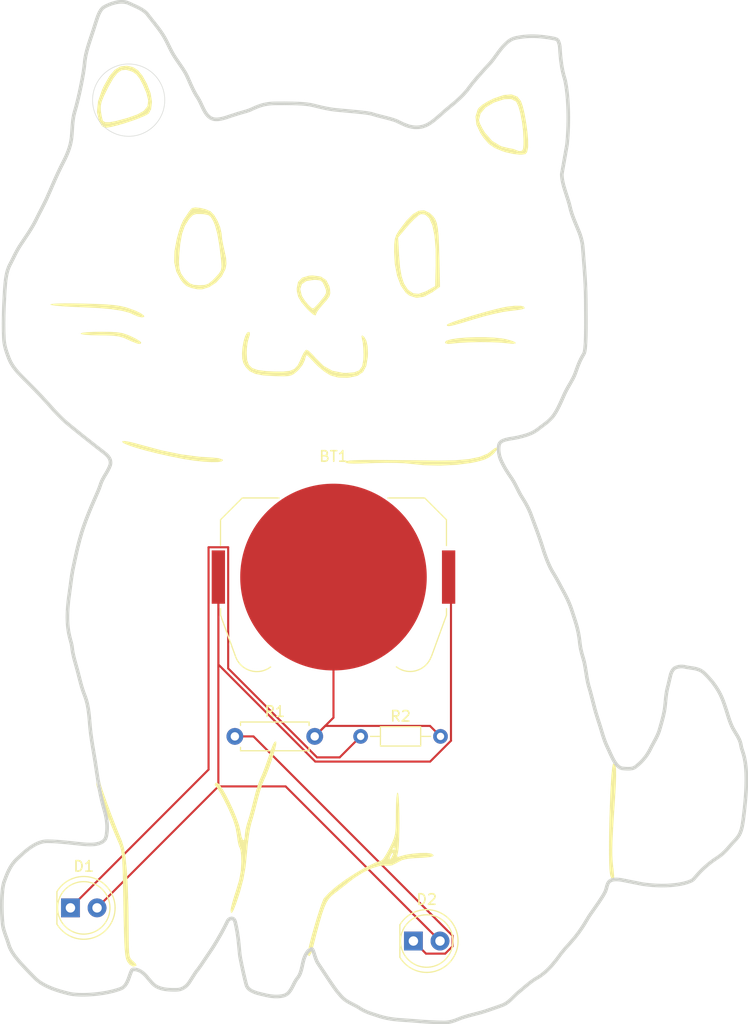
<source format=kicad_pcb>
(kicad_pcb (version 20241229) (generator "pcbnew") (generator_version "9.0")
  (layers (0 "F.Cu" signal) (2 "B.Cu" signal) (13 "F.Paste" user) (15 "B.Paste" user) (5 "F.SilkS" user "F.Silkscreen") (7 "B.SilkS" user "B.Silkscreen") (1 "F.Mask" user) (3 "B.Mask" user) (25 "Edge.Cuts" user))
  (net 0 "")
  (net 1 "Net-(BT1-+)")
  (net 2 "Net-(BT1--)")
  (net 3 "Net-(D1-K)")
  (net 4 "Net-(D2-K)")
  (footprint "LOGO" (layer "F.Cu") (at 140 90.5)
    (property "Reference" "G***" (hide yes))
    (property "Value" "LOGO" (hide yes))
  )
  (footprint "Resistor_THT:R_Axial_DIN0204_L3.6mm_D1.6mm_P7.62mm_Horizontal" (layer "F.Cu") (at 142.69 111.5)
    (property "Reference" "R2" (at 3.81 -1.92 0) (layer "F.SilkS"))
    (property "Value" "R")
    (pad "1" thru_hole circle (at 0 0) (size 1.4 1.4) (drill 0.7) (layers "*.Cu" "*.Mask") (net 3 "Net-(D1-K)"))
    (pad "2" thru_hole circle (at 7.62 0) (size 1.4 1.4) (drill 0.7) (layers "*.Cu" "*.Mask") (net 2 "Net-(BT1--)"))
  )
  (footprint "Resistor_THT:R_Axial_DIN0207_L6.3mm_D2.5mm_P7.62mm_Horizontal" (layer "F.Cu") (at 130.69 111.5)
    (property "Reference" "R1" (at 3.81 -2.37 0) (layer "F.SilkS"))
    (property "Value" "R")
    (pad "1" thru_hole circle (at 0 0) (size 1.6 1.6) (drill 0.8) (layers "*.Cu" "*.Mask") (net 4 "Net-(D2-K)"))
    (pad "2" thru_hole circle (at 7.62 0) (size 1.6 1.6) (drill 0.8) (layers "*.Cu" "*.Mask") (net 2 "Net-(BT1--)"))
  )
  (footprint "LED_THT:LED_D5.0mm" (layer "F.Cu") (at 115 127.841035)
    (property "Reference" "D1" (at 1.27 -3.96 0) (layer "F.SilkS"))
    (property "Value" "LED")
    (pad "1" thru_hole rect (at 0 0) (size 1.8 1.8) (drill 0.9) (layers "*.Cu" "*.Mask") (net 3 "Net-(D1-K)"))
    (pad "2" thru_hole circle (at 2.54 0) (size 1.8 1.8) (drill 0.9) (layers "*.Cu" "*.Mask") (net 1 "Net-(BT1-+)"))
  )
  (footprint "LED_THT:LED_D5.0mm" (layer "F.Cu") (at 147.725 131)
    (property "Reference" "D2" (at 1.27 -3.96 0) (layer "F.SilkS"))
    (property "Value" "LED")
    (pad "1" thru_hole rect (at 0 0) (size 1.8 1.8) (drill 0.9) (layers "*.Cu" "*.Mask") (net 4 "Net-(D2-K)"))
    (pad "2" thru_hole circle (at 2.54 0) (size 1.8 1.8) (drill 0.9) (layers "*.Cu" "*.Mask") (net 1 "Net-(BT1-+)"))
  )
  (footprint "Battery:BatteryHolder_Keystone_3034_1x20mm" (layer "F.Cu") (at 140.1 96.318075)
    (property "Reference" "BT1" (at 0 -11.5 0) (layer "F.SilkS"))
    (property "Value" "Battery_Cell")
    (pad "1" smd rect (at -10.985 0) (size 1.27 5.08) (layers "F.Cu" "F.Mask" "F.Paste") (net 1 "Net-(BT1-+)"))
    (pad "1" smd rect (at 10.985 0) (size 1.27 5.08) (layers "F.Cu" "F.Mask" "F.Paste") (net 1 "Net-(BT1-+)"))
    (pad "2" smd circle (at 0 0) (size 17.8 17.8) (layers "F.Cu" "F.Mask") (net 2 "Net-(BT1--)"))
  )
  (gr_circle (center 120.555371 50.868566) (end 120.555371 47.423937) (stroke (width 0.05)) (fill no) (layer "Edge.Cuts"))
  (gr_poly (pts (xy 120 41.5) (xy 120.078708 41.505865) (xy 120.157016 41.515085) (xy 120.234806 41.527822) (xy 120.31196 41.544237) (xy 120.388361 41.564493) (xy 120.463889 41.588752) (xy 120.538427 41.617174) (xy 120.611856 41.649922) (xy 120.849877 41.760051) (xy 121.095249 41.869972) (xy 121.342183 41.983701) (xy 121.464427 42.043248) (xy 121.58489 42.105253) (xy 121.70285 42.170218) (xy 121.817583 42.238644) (xy 121.928364 42.311034) (xy 122.034472 42.387889) (xy 122.135181 42.469713) (xy 122.22977 42.557005) (xy 122.317513 42.650269) (xy 122.397687 42.750007) (xy 122.554667 42.956965) (xy 122.729634 43.179923) (xy 123.110924 43.661051) (xy 123.30594 43.912826) (xy 123.496335 44.167814) (xy 123.676454 44.422818) (xy 123.760893 44.549326) (xy 123.840645 44.674639) (xy 123.915523 44.798268) (xy 123.986112 44.920022) (xy 124.116249 45.158143) (xy 124.2347 45.389481) (xy 124.34511 45.614514) (xy 124.55639 46.047578) (xy 124.664551 46.256565) (xy 124.779253 46.461159) (xy 124.931667 46.709571) (xy 125.092931 46.956068) (xy 125.425561 47.440954) (xy 125.588704 47.678162) (xy 125.744248 47.911092) (xy 125.888083 48.139152) (xy 125.954323 48.251171) (xy 126.016094 48.361752) (xy 126.072114 48.469475) (xy 126.128755 48.585637) (xy 126.244827 48.839607) (xy 126.494583 49.408424) (xy 126.631961 49.708581) (xy 126.780133 50.009444) (xy 126.858844 50.157846) (xy 126.940946 50.30367) (xy 127.02667 50.445998) (xy 127.116246 50.583912) (xy 127.203339 50.722083) (xy 127.28519 50.868566) (xy 127.363133 51.021352) (xy 127.438505 51.178431) (xy 127.586874 51.497427) (xy 127.662542 51.655324) (xy 127.740981 51.809474) (xy 127.823525 51.957867) (xy 127.911509 52.098493) (xy 128.00627 52.229342) (xy 128.056609 52.290472) (xy 128.109143 52.348403) (xy 128.164038 52.402886) (xy 128.221463 52.453668) (xy 128.281582 52.500498) (xy 128.344565 52.543126) (xy 128.410577 52.581299) (xy 128.479785 52.614766) (xy 128.552357 52.643277) (xy 128.628459 52.666579) (xy 128.694096 52.681466) (xy 128.762389 52.692203) (xy 128.833307 52.698924) (xy 128.906817 52.701763) (xy 128.982886 52.700853) (xy 129.061482 52.696328) (xy 129.142574 52.688323) (xy 129.226128 52.676971) (xy 129.312113 52.662407) (xy 129.400496 52.644763) (xy 129.491245 52.624174) (xy 129.584328 52.600774) (xy 129.679713 52.574696) (xy 129.777366 52.546075) (xy 129.979353 52.481738) (xy 130.394039 52.344302) (xy 130.821235 52.207024) (xy 131.043697 52.138373) (xy 131.274292 52.069677) (xy 131.514691 52.000909) (xy 131.76656 51.932039) (xy 131.894512 51.893456) (xy 132.021646 51.847401) (xy 132.149444 51.795229) (xy 132.279389 51.738294) (xy 132.551656 51.615546) (xy 132.696942 51.552441) (xy 132.850309 51.489986) (xy 133.013239 51.429536) (xy 133.187215 51.372444) (xy 133.373719 51.320063) (xy 133.574236 51.273748) (xy 133.680213 51.253287) (xy 133.790249 51.234851) (xy 133.904529 51.218607) (xy 134.023239 51.204726) (xy 134.146565 51.193377) (xy 134.274691 51.184728) (xy 134.407803 51.178949) (xy 134.546087 51.176209) (xy 135.423298 51.173095) (xy 136.136269 51.179573) (xy 136.709546 51.195403) (xy 137.167674 51.220345) (xy 137.535199 51.254156) (xy 137.836665 51.296597) (xy 138.096619 51.347426) (xy 138.339605 51.406402) (xy 138.576342 51.466524) (xy 138.820219 51.525572) (xy 139.069027 51.582451) (xy 139.320553 51.636066) (xy 139.572587 51.685322) (xy 139.822917 51.729124) (xy 140.069334 51.766377) (xy 140.309625 51.795987) (xy 142.35506 51.984607) (xy 142.829678 52.033252) (xy 143.25134 52.085682) (xy 143.600917 52.14349) (xy 143.742694 52.17491) (xy 143.859277 52.208272) (xy 144.070823 52.274357) (xy 144.29292 52.336565) (xy 144.770788 52.458607) (xy 145.296929 52.592905) (xy 145.579366 52.670435) (xy 145.875389 52.757968) (xy 145.989951 52.79799) (xy 146.110283 52.847872) (xy 146.368548 52.968928) (xy 146.650757 53.104558) (xy 146.801018 53.172657) (xy 146.95748 53.238182) (xy 147.120214 53.299061) (xy 147.289291 53.353221) (xy 147.464784 53.39859) (xy 147.554958 53.417331) (xy 147.646762 53.433096) (xy 147.740207 53.445628) (xy 147.835299 53.454666) (xy 147.932049 53.459952) (xy 148.030465 53.461227) (xy 148.130557 53.458232) (xy 148.232333 53.450708) (xy 148.335802 53.438396) (xy 148.440973 53.421036) (xy 148.50838 53.407338) (xy 148.573834 53.392036) (xy 148.637463 53.375168) (xy 148.699392 53.356771) (xy 148.75975 53.336885) (xy 148.818662 53.315547) (xy 148.876257 53.292796) (xy 148.93266 53.26867) (xy 148.988 53.243208) (xy 149.042402 53.216447) (xy 149.095994 53.188427) (xy 149.148903 53.159184) (xy 149.253179 53.097187) (xy 149.356245 53.030763) (xy 149.459975 52.95928) (xy 149.564727 52.882743) (xy 149.670509 52.801619) (xy 149.77733 52.716373) (xy 149.994112 52.535383) (xy 150.215132 52.343506) (xy 150.670122 51.942015) (xy 150.904208 51.739863) (xy 151.142766 51.54175) (xy 151.373289 51.353861) (xy 151.613813 51.153109) (xy 151.859526 50.940447) (xy 152.105611 50.716829) (xy 152.227289 50.601209) (xy 152.347255 50.483209) (xy 152.464906 50.362946) (xy 152.579642 50.240541) (xy 152.690859 50.116112) (xy 152.797957 49.989778) (xy 152.900334 49.86166) (xy 152.997387 49.731876) (xy 153.209887 49.448164) (xy 153.445464 49.152194) (xy 153.699461 48.847264) (xy 153.967223 48.53667) (xy 154.244094 48.223708) (xy 154.52542 47.911675) (xy 155.082811 47.303582) (xy 155.18866 47.181241) (xy 155.300338 47.039864) (xy 155.541098 46.713458) (xy 155.804926 46.351284) (xy 155.94544 46.165195) (xy 156.091659 45.98026) (xy 156.243564 45.799842) (xy 156.401134 45.627306) (xy 156.564349 45.466018) (xy 156.733187 45.319342) (xy 156.81971 45.252535) (xy 156.90763 45.190642) (xy 156.996947 45.134086) (xy 157.087656 45.083285) (xy 157.179757 45.038662) (xy 157.273245 45.000635) (xy 157.36812 44.969627) (xy 157.464377 44.946057) (xy 157.771148 44.887725) (xy 157.935349 44.860732) (xy 158.107873 44.836157) (xy 158.289552 44.814725) (xy 158.481221 44.797163) (xy 158.683714 44.784198) (xy 158.897864 44.776554) (xy 159.124505 44.774959) (xy 159.364472 44.780139) (xy 159.618598 44.79282) (xy 159.887716 44.813729) (xy 160.172662 44.843591) (xy 160.474268 44.883132) (xy 160.793369 44.93308) (xy 161.130798 44.99416) (xy 161.195315 45.008057) (xy 161.252843 45.023408) (xy 161.303847 45.040117) (xy 161.327048 45.048952) (xy 161.348794 45.058092) (xy 161.369143 45.067524) (xy 161.388152 45.077238) (xy 161.405881 45.087221) (xy 161.422388 45.097463) (xy 161.43773 45.10795) (xy 161.451967 45.118672) (xy 161.477357 45.140772) (xy 161.499025 45.163669) (xy 161.517437 45.18727) (xy 161.53306 45.211481) (xy 161.546361 45.236208) (xy 161.557807 45.261359) (xy 161.567865 45.286838) (xy 161.585682 45.33841) (xy 161.620914 45.443408) (xy 161.638214 45.499131) (xy 161.646549 45.528427) (xy 161.654582 45.55892) (xy 161.662246 45.590788) (xy 161.669474 45.624212) (xy 161.676197 45.659372) (xy 161.682349 45.696446) (xy 161.68786 45.735615) (xy 161.692663 45.777058) (xy 161.696691 45.820956) (xy 161.699875 45.867487) (xy 161.728904 46.309734) (xy 161.76451 46.727173) (xy 161.807451 47.121779) (xy 161.858486 47.495528) (xy 161.918371 47.850393) (xy 161.987867 48.18835) (xy 162.067729 48.511372) (xy 162.158717 48.821436) (xy 162.191138 48.93866) (xy 162.227457 49.100559) (xy 162.306365 49.551419) (xy 162.346244 49.836898) (xy 162.384599 50.160089) (xy 162.420076 50.519251) (xy 162.451319 50.912644) (xy 162.476974 51.338527) (xy 162.495685 51.795158) (xy 162.506097 52.280798) (xy 162.506855 52.793705) (xy 162.496604 53.332139) (xy 162.473989 53.89436) (xy 162.437654 54.478626) (xy 162.386245 55.083197) (xy 161.882519 57.9375) (xy 161.892909 58.127661) (xy 161.914219 58.320376) (xy 161.945205 58.515185) (xy 161.984624 58.711625) (xy 162.03123 58.909236) (xy 162.08378 59.107557) (xy 162.201734 59.50448) (xy 162.45422 60.286538) (xy 162.568843 60.664292) (xy 162.618895 60.848235) (xy 162.662448 61.028275) (xy 162.693281 61.159829) (xy 162.725939 61.288049) (xy 162.79639 61.535883) (xy 162.873116 61.774575) (xy 162.955434 62.006923) (xy 163.042662 62.235724) (xy 163.134117 62.463775) (xy 163.326973 62.928817) (xy 163.504859 63.359685) (xy 163.593494 63.592661) (xy 163.636258 63.714686) (xy 163.677424 63.840843) (xy 163.716571 63.971459) (xy 163.753277 64.106865) (xy 163.78712 64.247389) (xy 163.817678 64.393361) (xy 163.844529 64.54511) (xy 163.867253 64.702966) (xy 163.885427 64.867258) (xy 163.898629 65.038314) (xy 164.055713 67.123905) (xy 164.097366 67.756642) (xy 164.133149 68.43223) (xy 164.159649 69.149827) (xy 164.173453 69.90859) (xy 164.185234 71.839347) (xy 164.183212 72.667216) (xy 164.172379 73.390567) (xy 164.150082 73.999767) (xy 164.11367 74.485182) (xy 164.089343 74.67846) (xy 164.060491 74.837179) (xy 164.026785 74.960136) (xy 163.987893 75.046126) (xy 163.893725 75.202878) (xy 163.807857 75.355197) (xy 163.729609 75.503193) (xy 163.658298 75.646975) (xy 163.593246 75.786653) (xy 163.533771 75.922335) (xy 163.428829 76.182155) (xy 163.338027 76.427311) (xy 163.25592 76.65868) (xy 163.177062 76.877138) (xy 163.096008 77.083562) (xy 163.050522 77.18737) (xy 163.000698 77.29242) (xy 162.947046 77.398711) (xy 162.890077 77.506243) (xy 162.768225 77.725033) (xy 162.639228 77.948788) (xy 162.507167 78.17751) (xy 162.376126 78.411198) (xy 162.250188 78.649852) (xy 162.190408 78.771041) (xy 162.133435 78.893472) (xy 161.901299 79.414503) (xy 161.78821 79.66549) (xy 161.674402 79.909867) (xy 161.557844 80.14744) (xy 161.436509 80.378016) (xy 161.308365 80.601401) (xy 161.241106 80.710337) (xy 161.171383 80.817402) (xy 161.092057 80.930037) (xy 161.009373 81.036637) (xy 160.923616 81.137731) (xy 160.835071 81.233847) (xy 160.744024 81.325511) (xy 160.65076 81.413252) (xy 160.555565 81.497598) (xy 160.458724 81.579076) (xy 160.360523 81.658214) (xy 160.261247 81.73554) (xy 160.060612 81.886867) (xy 159.859102 82.037279) (xy 159.659 82.190998) (xy 159.555746 82.269415) (xy 159.452114 82.342102) (xy 159.34774 82.409476) (xy 159.242258 82.471952) (xy 159.135302 82.529949) (xy 159.026508 82.583882) (xy 158.91551 82.634168) (xy 158.801943 82.681224) (xy 158.685442 82.725466) (xy 158.565641 82.767312) (xy 158.442175 82.807178) (xy 158.314678 82.84548) (xy 158.046133 82.919061) (xy 157.757083 82.991388) (xy 157.612368 83.023504) (xy 157.463098 83.051891) (xy 157.157938 83.102584) (xy 156.855692 83.15368) (xy 156.710065 83.18257) (xy 156.57045 83.215392) (xy 156.438608 83.253422) (xy 156.316301 83.297936) (xy 156.205289 83.350211) (xy 156.154569 83.379658) (xy 156.107334 83.411524) (xy 156.063803 83.445969) (xy 156.024197 83.483152) (xy 155.988736 83.523233) (xy 155.957639 83.566371) (xy 155.931128 83.612726) (xy 155.909422 83.662458) (xy 155.892741 83.715726) (xy 155.881306 83.77269) (xy 155.870268 83.859081) (xy 155.862636 83.946485) (xy 155.858325 84.034669) (xy 155.857251 84.123401) (xy 155.859328 84.212449) (xy 155.864474 84.301579) (xy 155.872602 84.39056) (xy 155.883628 84.479159) (xy 155.897467 84.567143) (xy 155.914036 84.65428) (xy 155.933248 84.740337) (xy 155.955021 84.825082) (xy 155.979268 84.908282) (xy 156.005905 84.989704) (xy 156.034849 85.069117) (xy 156.066013 85.146288) (xy 156.114631 85.257518) (xy 156.165535 85.367836) (xy 156.273727 85.585908) (xy 156.389633 85.800847) (xy 156.512299 86.012999) (xy 156.640768 86.222709) (xy 156.774087 86.430321) (xy 156.9113 86.63618) (xy 157.051452 86.840631) (xy 157.127245 86.953619) (xy 157.199722 87.068388) (xy 157.269186 87.184519) (xy 157.33594 87.301591) (xy 157.462531 87.536883) (xy 157.581924 87.770905) (xy 157.808819 88.221711) (xy 157.921174 88.43178) (xy 157.978141 88.531512) (xy 158.036038 88.627149) (xy 158.289701 89.038542) (xy 158.412083 89.246319) (xy 158.530581 89.458321) (xy 158.644509 89.676675) (xy 158.699544 89.7889) (xy 158.753179 89.903511) (xy 158.805327 90.020774) (xy 158.855903 90.140956) (xy 158.904821 90.264322) (xy 158.951995 90.391138) (xy 159.452239 91.732789) (xy 159.611541 92.171378) (xy 159.772334 92.628449) (xy 159.928515 93.092606) (xy 160.073983 93.552455) (xy 160.16617 93.844979) (xy 160.269316 94.150897) (xy 160.382369 94.463836) (xy 160.504278 94.777423) (xy 160.633989 95.085287) (xy 160.770453 95.381054) (xy 160.840887 95.52241) (xy 160.912616 95.658351) (xy 160.985506 95.788083) (xy 161.059427 95.910807) (xy 161.185364 96.117114) (xy 161.305719 96.323306) (xy 161.421647 96.529414) (xy 161.534306 96.735467) (xy 161.975388 97.55974) (xy 162.089103 97.770802) (xy 162.204522 97.991112) (xy 162.320095 98.220681) (xy 162.434269 98.459518) (xy 162.545493 98.707633) (xy 162.652215 98.965038) (xy 162.703403 99.097227) (xy 162.752883 99.231743) (xy 162.800462 99.368585) (xy 162.845945 99.507756) (xy 163.070932 100.197133) (xy 163.180896 100.540798) (xy 163.285697 100.893991) (xy 163.335346 101.076555) (xy 163.382726 101.264372) (xy 163.427511 101.458402) (xy 163.469376 101.6596) (xy 163.507994 101.868924) (xy 163.543039 102.087331) (xy 163.574186 102.31578) (xy 163.601107 102.555226) (xy 163.620177 102.722302) (xy 163.64259 102.880974) (xy 163.667902 103.031866) (xy 163.695671 103.175599) (xy 163.75681 103.444076) (xy 163.822465 103.691381) (xy 163.953162 104.142382) (xy 164.011121 104.35603) (xy 164.059433 104.56841) (xy 164.108888 104.836751) (xy 164.155768 105.119569) (xy 164.248136 105.703408) (xy 164.296793 105.991817) (xy 164.349211 106.269479) (xy 164.406973 106.530086) (xy 164.438353 106.652023) (xy 164.471664 106.767333) (xy 164.539968 106.997394) (xy 164.607536 107.238649) (xy 164.742168 107.748177) (xy 165.021311 108.829369) (xy 165.090631 109.080615) (xy 165.160668 109.320261) (xy 165.301122 109.771942) (xy 165.439126 110.198794) (xy 165.571132 110.615198) (xy 165.707511 111.071955) (xy 165.777964 111.306257) (xy 165.852679 111.543821) (xy 165.933724 111.784135) (xy 166.023163 112.026683) (xy 166.071677 112.148635) (xy 166.123063 112.270953) (xy 166.177581 112.393572) (xy 166.235489 112.51643) (xy 166.369168 112.805981) (xy 166.512101 113.126188) (xy 166.666784 113.456726) (xy 166.749312 113.619518) (xy 166.835714 113.77727) (xy 166.926302 113.927443) (xy 167.021388 114.067495) (xy 167.121285 114.194887) (xy 167.226304 114.307076) (xy 167.280832 114.356677) (xy 167.336757 114.401524) (xy 167.394119 114.4413) (xy 167.452957 114.475688) (xy 167.51331 114.50437) (xy 167.575216 114.527029) (xy 167.638715 114.543347) (xy 167.703846 114.553006) (xy 167.88206 114.568261) (xy 168.055095 114.578737) (xy 168.220915 114.582569) (xy 168.300483 114.581413) (xy 168.377485 114.577897) (xy 168.451664 114.57179) (xy 168.522768 114.562858) (xy 168.590542 114.550869) (xy 168.654731 114.53559) (xy 168.715081 114.516788) (xy 168.771337 114.494231) (xy 168.823245 114.467685) (xy 168.87055 114.436918) (xy 168.981676 114.352981) (xy 169.091022 114.265353) (xy 169.198409 114.174114) (xy 169.30366 114.079341) (xy 169.406598 113.981115) (xy 169.507047 113.879512) (xy 169.604829 113.774613) (xy 169.699767 113.666495) (xy 169.791684 113.555237) (xy 169.880403 113.440917) (xy 169.965746 113.323615) (xy 170.047538 113.203409) (xy 170.1256 113.080378) (xy 170.199755 112.954599) (xy 170.269827 112.826153) (xy 170.335639 112.695116) (xy 170.444944 112.478028) (xy 170.563192 112.25699) (xy 170.808303 111.805788) (xy 170.926061 111.576981) (xy 170.981749 111.462073) (xy 171.03455 111.346943) (xy 171.083896 111.231675) (xy 171.129217 111.116353) (xy 171.169945 111.001063) (xy 171.20551 110.88589) (xy 171.355163 110.362641) (xy 171.433932 110.079085) (xy 171.510815 109.788299) (xy 171.582426 109.495828) (xy 171.645379 109.207217) (xy 171.696288 108.928009) (xy 171.716167 108.793664) (xy 171.731766 108.663749) (xy 171.778796 108.166102) (xy 171.802511 107.917046) (xy 171.829922 107.667132) (xy 171.863702 107.415831) (xy 171.906523 107.162616) (xy 171.932159 107.035125) (xy 171.961057 106.906958) (xy 171.993552 106.778048) (xy 172.029977 106.648329) (xy 172.269285 105.621956) (xy 172.309883 105.500103) (xy 172.356742 105.384639) (xy 172.411028 105.277051) (xy 172.441321 105.226674) (xy 172.473907 105.178824) (xy 172.508933 105.133686) (xy 172.546544 105.091446) (xy 172.586887 105.05229) (xy 172.630106 105.016404) (xy 172.676348 104.983973) (xy 172.725758 104.955184) (xy 172.778482 104.930223) (xy 172.834666 104.909274) (xy 172.875104 104.896964) (xy 172.917911 104.885557) (xy 172.962773 104.875133) (xy 173.009375 104.86577) (xy 173.057403 104.857545) (xy 173.106542 104.850538) (xy 173.156478 104.844824) (xy 173.206895 104.840484) (xy 173.25748 104.837595) (xy 173.307918 104.836235) (xy 173.357893 104.836482) (xy 173.407092 104.838414) (xy 173.4552 104.84211) (xy 173.501901 104.847647) (xy 173.546883 104.855104) (xy 173.589829 104.864558) (xy 173.710751 104.892161) (xy 173.83291 104.915468) (xy 174.079474 104.953987) (xy 174.326587 104.989701) (xy 174.449431 105.009502) (xy 174.571313 105.032195) (xy 174.691864 105.05898) (xy 174.810719 105.091054) (xy 174.92751 105.129616) (xy 175.04187 105.175863) (xy 175.153433 105.230993) (xy 175.20805 105.262265) (xy 175.261831 105.296206) (xy 175.314729 105.332967) (xy 175.366699 105.372699) (xy 175.417694 105.415549) (xy 175.467669 105.461669) (xy 175.584976 105.576709) (xy 175.696898 105.689789) (xy 175.803689 105.80111) (xy 175.905602 105.910873) (xy 176.002893 106.019278) (xy 176.095814 106.126526) (xy 176.18462 106.232819) (xy 176.269564 106.338356) (xy 176.350901 106.443339) (xy 176.428884 106.547969) (xy 176.503767 106.652446) (xy 176.575805 106.756971) (xy 176.712359 106.966969) (xy 176.840578 107.179568) (xy 176.899043 107.282735) (xy 176.95449 107.385863) (xy 177.007121 107.488957) (xy 177.057137 107.592024) (xy 177.150135 107.798096) (xy 177.235099 108.004124) (xy 177.313646 108.210151) (xy 177.387392 108.416224) (xy 177.526948 108.828679) (xy 177.594035 109.035717) (xy 177.658858 109.243893) (xy 177.78885 109.66254) (xy 177.857586 109.872451) (xy 177.931193 110.082381) (xy 178.011455 110.292048) (xy 178.100156 110.501173) (xy 178.158101 110.623739) (xy 178.219789 110.742742) (xy 178.284357 110.858838) (xy 178.350941 110.972684) (xy 178.620154 111.418705) (xy 178.683859 111.531153) (xy 178.744395 111.645292) (xy 178.800901 111.761778) (xy 178.852511 111.881268) (xy 178.898363 112.004419) (xy 178.937592 112.131888) (xy 178.969334 112.264331) (xy 178.982128 112.332623) (xy 178.992726 112.402405) (xy 179.003264 112.466904) (xy 179.017382 112.532097) (xy 179.054893 112.667693) (xy 179.156766 112.981597) (xy 179.215268 113.172407) (xy 179.27491 113.394122) (xy 179.304242 113.518523) (xy 179.332761 113.652993) (xy 179.3601 113.798316) (xy 179.385893 113.955271) (xy 179.409774 114.124641) (xy 179.431377 114.307206) (xy 179.450335 114.503747) (xy 179.466283 114.715047) (xy 179.478854 114.941887) (xy 179.487682 115.185047) (xy 179.492402 115.445309) (xy 179.492646 115.723455) (xy 179.488049 116.020265) (xy 179.478245 116.336522) (xy 179.462868 116.673005) (xy 179.441551 117.030497) (xy 179.413928 117.409779) (xy 179.379633 117.811633) (xy 179.3383 118.236838) (xy 179.289563 118.686178) (xy 179.231526 119.1798) (xy 179.174467 119.607209) (xy 179.113059 119.976663) (xy 179.07906 120.142238) (xy 179.041976 120.296422) (xy 179.001141 120.440246) (xy 178.95589 120.574744) (xy 178.905557 120.700947) (xy 178.849475 120.819889) (xy 178.78698 120.932601) (xy 178.717404 121.040116) (xy 178.640083 121.143466) (xy 178.554351 121.243683) (xy 177.644345 122.262056) (xy 177.444913 122.470095) (xy 177.346105 122.567142) (xy 177.247103 122.659544) (xy 177.147306 122.747302) (xy 177.046113 122.830419) (xy 176.942925 122.908897) (xy 176.837141 122.982738) (xy 176.800508 123.007157) (xy 176.581556 123.154039) (xy 176.338733 123.323118) (xy 176.208912 123.417588) (xy 176.073774 123.519535) (xy 175.933534 123.629601) (xy 175.78841 123.748428) (xy 175.638619 123.876658) (xy 175.484376 124.014935) (xy 175.3259 124.163901) (xy 175.163405 124.324197) (xy 174.99711 124.496466) (xy 174.82723 124.681351) (xy 174.653982 124.879495) (xy 174.477583 125.091538) (xy 174.44502 125.126162) (xy 174.402968 125.161506) (xy 174.351591 125.19737) (xy 174.291055 125.233556) (xy 174.14316 125.306097) (xy 173.960602 125.377536) (xy 173.744696 125.446281) (xy 173.496759 125.510738) (xy 173.218108 125.569315) (xy 172.910061 125.62042) (xy 172.573933 125.662459) (xy 172.211041 125.693841) (xy 171.822702 125.712972) (xy 171.410234 125.71826) (xy 170.974952 125.708113) (xy 170.518174 125.680937) (xy 170.041216 125.63514) (xy 169.795581 125.604761) (xy 169.545395 125.56913) (xy 167.560197 125.17261) (xy 167.344801 125.145634) (xy 167.142518 125.132213) (xy 166.955098 125.134906) (xy 166.784293 125.156273) (xy 166.705667 125.17476) (xy 166.631851 125.198876) (xy 166.563064 125.228941) (xy 166.499524 125.265274) (xy 166.44145 125.308197) (xy 166.389061 125.358028) (xy 166.342576 125.415088) (xy 166.302214 125.479698) (xy 166.277944 125.52801) (xy 166.256134 125.578515) (xy 166.236378 125.630999) (xy 166.218272 125.68525) (xy 166.185384 125.798197) (xy 166.154225 125.915648) (xy 166.12155 126.035895) (xy 166.103631 126.096535) (xy 166.084116 126.157233) (xy 166.0626 126.217777) (xy 166.038677 126.277953) (xy 166.011942 126.337548) (xy 165.981989 126.396349) (xy 165.890679 126.558733) (xy 165.791572 126.725172) (xy 165.575303 127.066015) (xy 165.34385 127.410469) (xy 165.107881 127.750127) (xy 164.665063 128.381418) (xy 164.479549 128.656236) (xy 164.332189 128.892624) (xy 164.210384 129.099407) (xy 164.084674 129.30687) (xy 163.954361 129.514998) (xy 163.818747 129.723779) (xy 163.677135 129.933197) (xy 163.528828 130.143238) (xy 163.373128 130.353888) (xy 163.209338 130.565132) (xy 163.011348 130.806869) (xy 162.813196 131.036922) (xy 162.416989 131.481342) (xy 162.219224 131.705389) (xy 162.021878 131.937113) (xy 161.923407 132.057367) (xy 161.825096 132.181356) (xy 161.726963 132.309684) (xy 161.629025 132.442957) (xy 161.457635 132.675633) (xy 161.254673 132.936665) (xy 161.142303 133.074493) (xy 161.023181 133.215424) (xy 160.897687 133.358129) (xy 160.766203 133.50128) (xy 160.629107 133.643549) (xy 160.486781 133.783605) (xy 160.339605 133.920122) (xy 160.18796 134.051769) (xy 160.032225 134.17722) (xy 159.872782 134.295144) (xy 159.71001 134.404213) (xy 159.544291 134.503099) (xy 159.427668 134.57105) (xy 159.310393 134.644642) (xy 159.192705 134.72322) (xy 159.074847 134.806131) (xy 158.957059 134.892718) (xy 158.839583 134.982328) (xy 158.606532 135.167995) (xy 157.735075 135.900605) (xy 157.641789 135.979894) (xy 157.550464 136.062166) (xy 157.371877 136.232706) (xy 157.195681 136.406327) (xy 157.018241 136.577125) (xy 156.927919 136.659622) (xy 156.835924 136.739202) (xy 156.741801 136.815125) (xy 156.645097 136.886655) (xy 156.545356 136.953054) (xy 156.442125 137.013584) (xy 156.389059 137.041418) (xy 156.33495 137.067508) (xy 156.279741 137.091762) (xy 156.223375 137.114089) (xy 155.810943 137.264732) (xy 155.398884 137.408844) (xy 154.574269 137.686439) (xy 154.366526 137.752089) (xy 154.153775 137.813218) (xy 153.699601 137.932712) (xy 153.18445 138.066523) (xy 152.895478 138.145549) (xy 152.581026 138.236255) (xy 152.465992 138.272501) (xy 152.35246 138.311968) (xy 152.127824 138.39742) (xy 151.90297 138.486323) (xy 151.673751 138.572388) (xy 151.556208 138.612392) (xy 151.436019 138.649328) (xy 151.312664 138.682411) (xy 151.185626 138.710855) (xy 151.054385 138.733873) (xy 150.918424 138.75068) (xy 150.777224 138.760489) (xy 150.630267 138.762515) (xy 150.019062 138.747993) (xy 149.451185 138.724222) (xy 148.92279 138.693805) (xy 148.430029 138.659344) (xy 147.53602 138.588696) (xy 146.738378 138.533097) (xy 146.286876 138.501951) (xy 145.889103 138.4615) (xy 145.538571 138.413068) (xy 145.22879 138.357978) (xy 144.95327 138.29755) (xy 144.705521 138.233108) (xy 144.479055 138.165974) (xy 144.267381 138.097469) (xy 143.852149 137.96229) (xy 143.64365 137.892398) (xy 143.435433 137.817294) (xy 143.331635 137.776924) (xy 143.228151 137.734216) (xy 143.125065 137.688825) (xy 143.022458 137.640406) (xy 142.92041 137.588614) (xy 142.819005 137.533105) (xy 142.718323 137.473532) (xy 142.618446 137.409552) (xy 142.51398 137.342567) (xy 142.407356 137.278793) (xy 142.189643 137.158581) (xy 141.750425 136.931424) (xy 141.536957 136.815293) (xy 141.433516 136.75458) (xy 141.33294 136.691336) (xy 141.235732 136.624988) (xy 141.142394 136.554961) (xy 141.053429 136.480681) (xy 140.969338 136.401574) (xy 140.876473 136.306373) (xy 140.786642 136.21022) (xy 140.699638 136.113175) (xy 140.61526 136.015299) (xy 140.533302 135.916652) (xy 140.45356 135.817294) (xy 140.299909 135.616686) (xy 140.152676 135.413959) (xy 140.010226 135.209594) (xy 139.733151 134.797878) (xy 138.63369 133.148757) (xy 138.568329 133.040611) (xy 138.509325 132.924226) (xy 138.455952 132.802024) (xy 138.407486 132.676427) (xy 138.32237 132.424739) (xy 138.248176 132.188538) (xy 138.179101 131.987203) (xy 138.14467 131.905666) (xy 138.109343 131.840112) (xy 138.091117 131.814086) (xy 138.072395 131.792964) (xy 138.053086 131.777048) (xy 138.033099 131.766643) (xy 138.012345 131.76205) (xy 137.990732 131.763572) (xy 137.96817 131.771512) (xy 137.944568 131.786173) (xy 137.886338 131.829131) (xy 137.839775 131.862062) (xy 137.803597 131.886158) (xy 137.776521 131.902614) (xy 137.757263 131.912624) (xy 137.744542 131.917381) (xy 137.74023 131.918164) (xy 137.737072 131.91808) (xy 137.734906 131.917281) (xy 137.733572 131.915915) (xy 137.733608 131.902483) (xy 137.73071 131.903902) (xy 137.724083 131.909619) (xy 137.694512 131.938725) (xy 137.65677 131.986157) (xy 137.620592 132.034165) (xy 137.585946 132.082743) (xy 137.552797 132.131887) (xy 137.521116 132.181591) (xy 137.490868 132.231851) (xy 137.462021 132.282661) (xy 137.434543 132.334016) (xy 137.408401 132.385911) (xy 137.383563 132.438342) (xy 137.359996 132.491303) (xy 137.337668 132.544788) (xy 137.316546 132.598794) (xy 137.296598 132.653315) (xy 137.277791 132.708346) (xy 137.260092 132.763881) (xy 137.197488 133.011635) (xy 137.143248 133.255269) (xy 137.091483 133.492937) (xy 137.036304 133.722792) (xy 137.005594 133.834214) (xy 136.971822 133.942991) (xy 136.934252 134.048891) (xy 136.892148 134.151685) (xy 136.844773 134.251142) (xy 136.791393 134.347031) (xy 136.731269 134.43912) (xy 136.663668 134.527181) (xy 136.581426 134.634975) (xy 136.505529 134.750801) (xy 136.434512 134.87288) (xy 136.366907 134.999438) (xy 136.236073 135.258882) (xy 136.16991 135.388215) (xy 136.101296 135.514922) (xy 136.028764 135.637225) (xy 135.950847 135.753348) (xy 135.866081 135.861514) (xy 135.820671 135.912059) (xy 135.772998 135.959949) (xy 135.72288 136.004961) (xy 135.670132 136.046874) (xy 135.614573 136.085466) (xy 135.556018 136.120515) (xy 135.494284 136.151798) (xy 135.429188 136.179093) (xy 135.360547 136.20218) (xy 135.288178 136.220834) (xy 135.209674 136.236966) (xy 135.128429 136.25119) (xy 135.044245 136.263331) (xy 134.956928 136.273211) (xy 134.866282 136.280653) (xy 134.772113 136.285478) (xy 134.674225 136.287511) (xy 134.572423 136.286572) (xy 134.466511 136.282486) (xy 134.356295 136.275075) (xy 134.241579 136.264161) (xy 134.122168 136.249566) (xy 133.997867 136.231115) (xy 133.86848 136.208628) (xy 133.733812 136.18193) (xy 133.593668 136.150842) (xy 133.044679 136.021377) (xy 132.903683 135.983477) (xy 132.76421 135.942035) (xy 132.627773 135.896388) (xy 132.495882 135.84587) (xy 132.37005 135.789819) (xy 132.251787 135.727569) (xy 132.142606 135.658457) (xy 132.091893 135.62112) (xy 132.044017 135.581819) (xy 131.999167 135.54047) (xy 131.957533 135.496991) (xy 131.919302 135.451297) (xy 131.884664 135.403308) (xy 131.853808 135.352938) (xy 131.826923 135.300106) (xy 131.804198 135.244728) (xy 131.785821 135.186722) (xy 131.709179 134.895675) (xy 131.633828 134.59247) (xy 131.487331 133.958619) (xy 131.346993 133.303225) (xy 131.213476 132.644347) (xy 131.18967 132.509921) (xy 131.168963 132.36505) (xy 131.133467 132.043908) (xy 131.06252 131.275547) (xy 131.013566 130.828058) (xy 130.982765 130.588427) (xy 130.946623 130.338183) (xy 130.904296 130.077309) (xy 130.854939 129.805787) (xy 130.79771 129.523602) (xy 130.731763 129.230736) (xy 130.717881 129.177589) (xy 130.702544 129.129092) (xy 130.685847 129.08508) (xy 130.667884 129.045386) (xy 130.648747 129.009843) (xy 130.628531 128.978286) (xy 130.60733 128.950548) (xy 130.585237 128.926462) (xy 130.562346 128.905864) (xy 130.53875 128.888586) (xy 130.514544 128.874462) (xy 130.489821 128.863326) (xy 130.464675 128.855011) (xy 130.439199 128.849352) (xy 130.413487 128.846181) (xy 130.387633 128.845334) (xy 130.361542 128.846468) (xy 130.335158 128.849334) (xy 130.308637 128.8539) (xy 130.282134 128.860131) (xy 130.255805 128.867996) (xy 130.229804 128.877459) (xy 130.204287 128.888489) (xy 130.179409 128.901051) (xy 130.155325 128.915113) (xy 130.13219 128.93064) (xy 130.110159 128.947601) (xy 130.089388 128.965962) (xy 130.070032 128.985688) (xy 130.052246 129.006748) (xy 130.036185 129.029108) (xy 130.022003 129.052734) (xy 129.968714 129.153998) (xy 129.90986 129.270464) (xy 129.766293 129.557327) (xy 129.676997 129.731883) (xy 129.57297 129.929962) (xy 129.451921 130.153646) (xy 129.311559 130.405013) (xy 129.030306 130.892376) (xy 128.894898 131.11968) (xy 128.760258 131.340125) (xy 128.624353 131.556758) (xy 128.485148 131.772624) (xy 128.340611 131.990767) (xy 128.188707 132.214234) (xy 127.562961 133.145716) (xy 127.415029 133.361184) (xy 127.26563 133.571133) (xy 127.112329 133.776286) (xy 126.952692 133.977364) (xy 126.301814 134.993825) (xy 126.197491 135.122623) (xy 126.141769 135.184093) (xy 126.083443 135.243179) (xy 126.02234 135.299557) (xy 125.958285 135.352905) (xy 125.891107 135.402898) (xy 125.82063 135.449212) (xy 125.746683 135.491525) (xy 125.669092 135.529512) (xy 125.587684 135.562851) (xy 125.502284 135.591216) (xy 125.412721 135.614286) (xy 125.318821 135.631737) (xy 125.22041 135.643244) (xy 125.117314 135.648484) (xy 124.924837 135.650532) (xy 124.741672 135.649083) (xy 124.567484 135.643962) (xy 124.401934 135.634998) (xy 124.244688 135.622017) (xy 124.095407 135.604846) (xy 123.953755 135.583314) (xy 123.819396 135.557247) (xy 123.691992 135.526471) (xy 123.571206 135.490816) (xy 123.456703 135.450107) (xy 123.348145 135.404172) (xy 123.245195 135.352838) (xy 123.147517 135.295932) (xy 123.054774 135.233281) (xy 122.966629 135.164713) (xy 122.864641 135.072611) (xy 122.76444 134.969728) (xy 122.665082 134.858393) (xy 122.565621 134.740935) (xy 122.362609 134.496958) (xy 122.257167 134.375096) (xy 122.147842 134.256422) (xy 122.033688 134.143264) (xy 121.91376 134.037951) (xy 121.851335 133.988963) (xy 121.787112 133.942809) (xy 121.720973 133.89978) (xy 121.652799 133.860167) (xy 121.582473 133.824262) (xy 121.509877 133.792354) (xy 121.434891 133.764735) (xy 121.357399 133.741697) (xy 121.277281 133.723529) (xy 121.194421 133.710523) (xy 121.108698 133.702971) (xy 121.019997 133.701162) (xy 121.005412 133.701755) (xy 120.991528 133.703128) (xy 120.978318 133.705257) (xy 120.965756 133.708114) (xy 120.953816 133.711673) (xy 120.942471 133.715908) (xy 120.931694 133.720793) (xy 120.921458 133.726301) (xy 120.911737 133.732407) (xy 120.902505 133.739084) (xy 120.893735 133.746306) (xy 120.885401 133.754046) (xy 120.877475 133.762279) (xy 120.869931 133.770978) (xy 120.862742 133.780117) (xy 120.855883 133.78967) (xy 120.849326 133.79961) (xy 120.843046 133.809911) (xy 120.831205 133.831492) (xy 120.82015 133.854203) (xy 120.809666 133.877835) (xy 120.7692 133.977364) (xy 120.727132 134.08315) (xy 120.68662 134.193365) (xy 120.606525 134.422495) (xy 120.521433 134.655567) (xy 120.474675 134.77071) (xy 120.423861 134.883394) (xy 120.368057 134.992471) (xy 120.306327 135.096792) (xy 120.237736 135.195208) (xy 120.200575 135.241843) (xy 120.161349 135.286572) (xy 120.119939 135.32925) (xy 120.07623 135.369735) (xy 120.030104 135.407882) (xy 119.981444 135.443549) (xy 119.930134 135.476591) (xy 119.876056 135.506865) (xy 119.819094 135.534228) (xy 119.75913 135.558536) (xy 119.438833 135.667304) (xy 119.105017 135.763111) (xy 118.761019 135.84644) (xy 118.410176 135.917772) (xy 118.055823 135.977588) (xy 117.701297 136.026372) (xy 117.349934 136.064605) (xy 117.005072 136.092769) (xy 116.670046 136.111346) (xy 116.348193 136.120818) (xy 116.042849 136.121666) (xy 115.757352 136.114373) (xy 115.495036 136.09942) (xy 115.259239 136.07729) (xy 115.053297 136.048464) (xy 114.880547 136.013425) (xy 114.476485 135.910725) (xy 114.049355 135.791243) (xy 113.610265 135.651755) (xy 113.389707 135.573502) (xy 113.170326 135.489039) (xy 112.95351 135.397964) (xy 112.740648 135.299873) (xy 112.533128 135.194365) (xy 112.33234 135.081035) (xy 112.139672 134.959482) (xy 111.956513 134.829303) (xy 111.784251 134.690094) (xy 111.624276 134.541453) (xy 111.046914 133.956768) (xy 110.559975 133.446588) (xy 110.348035 133.216026) (xy 110.155845 132.999998) (xy 109.982452 132.797138) (xy 109.826907 132.606082) (xy 109.688255 132.425466) (xy 109.565546 132.253925) (xy 109.457827 132.090095) (xy 109.364146 131.932612) (xy 109.283553 131.78011) (xy 109.215093 131.631226) (xy 109.157816 131.484595) (xy 109.11077 131.338852) (xy 109.029577 131.076666) (xy 108.943236 130.822973) (xy 108.770917 130.33815) (xy 108.692843 130.105561) (xy 108.657557 129.991402) (xy 108.62543 129.878546) (xy 108.596957 129.766901) (xy 108.572631 129.656377) (xy 108.552946 129.546882) (xy 108.538396 129.438324) (xy 108.493995 128.932785) (xy 108.464317 128.372311) (xy 108.450823 127.783372) (xy 108.454972 127.192439) (xy 108.478224 126.625981) (xy 108.522038 126.110468) (xy 108.552113 125.880087) (xy 108.587876 125.672369) (xy 108.629509 125.490622) (xy 108.677195 125.338155) (xy 108.866083 124.833838) (xy 108.978409 124.560501) (xy 109.040703 124.420995) (xy 109.107718 124.280534) (xy 109.179927 124.139818) (xy 109.257807 123.999549) (xy 109.341831 123.860431) (xy 109.432474 123.723164) (xy 109.530211 123.588451) (xy 109.635517 123.456993) (xy 109.748865 123.329493) (xy 109.87073 123.206651) (xy 110.244483 122.85643) (xy 110.42817 122.690439) (xy 110.610246 122.531645) (xy 110.791094 122.380885) (xy 110.9711 122.238998) (xy 111.150649 122.10682) (xy 111.330126 121.985189) (xy 111.509916 121.874944) (xy 111.690404 121.776921) (xy 111.871976 121.691958) (xy 112.055015 121.620893) (xy 112.239908 121.564563) (xy 112.33317 121.542186) (xy 112.427039 121.523806) (xy 112.521565 121.50953) (xy 112.616794 121.49946) (xy 112.712775 121.493703) (xy 112.809557 121.492363) (xy 113.29037 121.504538) (xy 113.755964 121.529819) (xy 114.638295 121.606409) (xy 116.185175 121.770647) (xy 116.521864 121.794625) (xy 116.836945 121.805125) (xy 117.129618 121.798823) (xy 117.399084 121.772396) (xy 117.644545 121.722521) (xy 117.865203 121.645875) (xy 117.965981 121.596475) (xy 118.060258 121.539135) (xy 118.147935 121.473441) (xy 118.228912 121.398978) (xy 118.249656 121.376463) (xy 118.269143 121.352569) (xy 118.287418 121.327372) (xy 118.304524 121.300953) (xy 118.320504 121.273391) (xy 118.335401 121.244763) (xy 118.349259 121.21515) (xy 118.362121 121.184629) (xy 118.37403 121.15328) (xy 118.38503 121.121181) (xy 118.395164 121.088412) (xy 118.404475 121.055051) (xy 118.413007 121.021177) (xy 118.420802 120.986869) (xy 118.427905 120.952205) (xy 118.434358 120.917265) (xy 118.457353 120.771492) (xy 118.475193 120.626896) (xy 118.488077 120.483461) (xy 118.496206 120.341175) (xy 118.49978 120.200025) (xy 118.498997 120.059998) (xy 118.494058 119.921079) (xy 118.485163 119.783256) (xy 118.472512 119.646515) (xy 118.456304 119.510843) (xy 118.436739 119.376227) (xy 118.414017 119.242652) (xy 118.359901 118.978578) (xy 118.295554 118.718511) (xy 118.144845 118.179257) (xy 118.057603 117.849599) (xy 118.010409 117.657466) (xy 117.960606 117.442447) (xy 117.908021 117.201028) (xy 117.852483 116.929697) (xy 117.793821 116.62494) (xy 117.731863 116.283245) (xy 117.666438 115.901097) (xy 117.597375 115.474985) (xy 117.524501 115.001395) (xy 117.447646 114.476814) (xy 117.366205 113.938587) (xy 117.279241 113.405207) (xy 117.102206 112.338451) (xy 117.018864 111.797808) (xy 116.943457 111.247477) (xy 116.879352 110.683824) (xy 116.829913 110.103214) (xy 116.791926 109.636661) (xy 116.747154 109.22688) (xy 116.695816 108.866799) (xy 116.638129 108.549342) (xy 116.574311 108.267437) (xy 116.504581 108.014008) (xy 116.429155 107.781983) (xy 116.348252 107.564286) (xy 116.242765 107.280967) (xy 116.148014 106.99878) (xy 116.061848 106.716725) (xy 115.982114 106.433805) (xy 115.83334 105.861381) (xy 115.684481 105.273526) (xy 115.375968 104.157057) (xy 115.30379 103.870801) (xy 115.24097 103.585998) (xy 115.214221 103.444815) (xy 115.191195 103.304804) (xy 115.172353 103.166233) (xy 115.158156 103.029371) (xy 115.138287 102.877294) (xy 115.10647 102.720401) (xy 115.065343 102.555062) (xy 115.017543 102.377646) (xy 114.965711 102.184524) (xy 114.912484 101.972065) (xy 114.860501 101.736637) (xy 114.8124 101.474612) (xy 114.770821 101.182358) (xy 114.753301 101.023761) (xy 114.7384 100.856245) (xy 114.72645 100.679357) (xy 114.717778 100.492643) (xy 114.712716 100.295648) (xy 114.711593 100.08792) (xy 114.714738 99.869005) (xy 114.722482 99.638447) (xy 114.735154 99.395795) (xy 114.753085 99.140594) (xy 114.776604 98.872389) (xy 114.80604 98.590728) (xy 114.841725 98.295157) (xy 114.883986 97.985221) (xy 115.077007 96.544766) (xy 115.119967 96.239138) (xy 115.16549 95.946123) (xy 115.215917 95.66113) (xy 115.273588 95.379568) (xy 115.412377 94.723383) (xy 115.508855 94.276311) (xy 115.623305 93.771711) (xy 115.755668 93.225924) (xy 115.905882 92.655294) (xy 116.073884 92.076163) (xy 116.164537 91.788517) (xy 116.259614 91.504874) (xy 116.511378 90.809495) (xy 116.761428 90.170088) (xy 117.003268 89.586902) (xy 117.230404 89.060187) (xy 117.614576 88.177171) (xy 117.758621 87.82137) (xy 117.861978 87.523039) (xy 117.903431 87.396822) (xy 117.950053 87.275419) (xy 118.001187 87.158129) (xy 118.056177 87.044258) (xy 118.114366 86.933106) (xy 118.175099 86.823976) (xy 118.30157 86.608993) (xy 118.430337 86.393727) (xy 118.493942 86.284244) (xy 118.556152 86.172599) (xy 118.616312 86.058092) (xy 118.673764 85.940027) (xy 118.727853 85.817706) (xy 118.777921 85.690431) (xy 118.789871 85.655292) (xy 118.80019 85.619264) (xy 118.80884 85.582436) (xy 118.815784 85.5449) (xy 118.820985 85.506745) (xy 118.824405 85.468061) (xy 118.826008 85.428939) (xy 118.825755 85.389468) (xy 118.823611 85.34974) (xy 118.819536 85.309844) (xy 118.813495 85.26987) (xy 118.80545 85.229909) (xy 118.795364 85.190051) (xy 118.783199 85.150386) (xy 118.768919 85.111004) (xy 118.752485 85.071996) (xy 118.734034 85.033446) (xy 118.713807 84.995359) (xy 118.691933 84.957798) (xy 118.668542 84.920828) (xy 118.643765 84.884511) (xy 118.617731 84.848912) (xy 118.59057 84.814095) (xy 118.562412 84.780123) (xy 118.533388 84.74706) (xy 118.503627 84.71497) (xy 118.473258 84.683916) (xy 118.442413 84.653962) (xy 118.411221 84.625173) (xy 118.379812 84.597611) (xy 118.348316 84.57134) (xy 118.316863 84.546425) (xy 117.227433 83.698493) (xy 116.075772 82.788455) (xy 115.065329 81.972703) (xy 114.676643 81.649058) (xy 114.399555 81.407633) (xy 114.25303 81.271361) (xy 114.105585 81.12902) (xy 113.809121 80.829573) (xy 113.512522 80.516171) (xy 113.218147 80.195695) (xy 112.645505 79.561044) (xy 112.371955 79.260629) (xy 112.110066 78.980663) (xy 111.72419 78.581288) (xy 111.319377 78.170062) (xy 110.436915 77.284778) (xy 110.300103 77.145861) (xy 110.172326 77.012179) (xy 110.053188 76.883268) (xy 109.942294 76.758664) (xy 109.839248 76.637902) (xy 109.743657 76.520518) (xy 109.655124 76.406048) (xy 109.573255 76.294027) (xy 109.497654 76.183991) (xy 109.427927 76.075477) (xy 109.363677 75.968018) (xy 109.304511 75.861152) (xy 109.250032 75.754414) (xy 109.199845 75.64734) (xy 109.153557 75.539465) (xy 109.11077 75.430325) (xy 109.098532 75.397649) (xy 109.023075 75.195177) (xy 108.94953 74.991165) (xy 108.879768 74.783978) (xy 108.815657 74.571977) (xy 108.786306 74.463661) (xy 108.75907 74.353527) (xy 108.734181 74.241373) (xy 108.711875 74.126992) (xy 108.692385 74.01018) (xy 108.675944 73.890734) (xy 108.662786 73.768448) (xy 108.653146 73.643117) (xy 108.623607 72.905257) (xy 108.617264 72.108866) (xy 108.629205 71.292506) (xy 108.654518 70.49474) (xy 108.725614 69.109238) (xy 108.791259 68.260858) (xy 108.819438 68.015517) (xy 108.852936 67.777744) (xy 108.893263 67.54732) (xy 108.916461 67.434794) (xy 108.941932 67.324023) (xy 108.969867 67.21498) (xy 109.000455 67.107635) (xy 109.033883 67.001964) (xy 109.070342 66.897937) (xy 109.110019 66.795527) (xy 109.153105 66.694707) (xy 109.199788 66.59545) (xy 109.250257 66.497727) (xy 109.359143 66.290109) (xy 109.464609 66.079708) (xy 109.676994 65.648774) (xy 109.789769 65.427351) (xy 109.910836 65.201362) (xy 110.043123 64.970363) (xy 110.114389 64.852846) (xy 110.189558 64.733909) (xy 110.973069 63.55538) (xy 111.181145 63.227655) (xy 111.386012 62.887079) (xy 111.485978 62.712033) (xy 111.583626 62.533847) (xy 111.678449 62.352545) (xy 111.769943 62.168152) (xy 111.883851 61.936622) (xy 112.001533 61.704623) (xy 112.245912 61.23179) (xy 112.498469 60.734806) (xy 112.626373 60.472616) (xy 112.754592 60.19882) (xy 113.05806 59.509261) (xy 113.417026 58.68048) (xy 113.618275 58.227832) (xy 113.834545 57.757121) (xy 114.066215 57.273927) (xy 114.313669 56.783829) (xy 114.412051 56.590354) (xy 114.50232 56.404432) (xy 114.584832 56.22568) (xy 114.659941 56.053718) (xy 114.728002 55.888164) (xy 114.789368 55.728638) (xy 114.844394 55.574757) (xy 114.893435 55.42614) (xy 114.936844 55.282406) (xy 114.974977 55.143173) (xy 115.008187 55.008061) (xy 115.036829 54.876687) (xy 115.081827 54.623631) (xy 115.112805 54.380954) (xy 115.135378 54.119555) (xy 115.153826 53.836803) (xy 115.172313 53.537367) (xy 115.195 53.225916) (xy 115.226052 52.907119) (xy 115.246015 52.746425) (xy 115.26963 52.585646) (xy 115.297417 52.425365) (xy 115.329897 52.266166) (xy 115.367591 52.108633) (xy 115.411017 51.953348) (xy 115.554366 51.444629) (xy 115.702555 50.858565) (xy 115.849446 50.224685) (xy 115.988901 49.57252) (xy 116.114784 48.931599) (xy 116.220958 48.331452) (xy 116.301285 47.801609) (xy 116.349627 47.3716) (xy 116.364466 47.214002) (xy 116.382997 47.058543) (xy 116.405276 46.904271) (xy 116.431359 46.750236) (xy 116.461303 46.595488) (xy 116.495163 46.439076) (xy 116.574855 46.117457) (xy 116.670886 45.777776) (xy 116.783702 45.412429) (xy 116.913751 45.013813) (xy 117.061484 44.574324) (xy 117.234224 44.047168) (xy 117.381471 43.57947) (xy 117.513381 43.169865) (xy 117.576759 42.98642) (xy 117.640109 42.816986) (xy 117.704704 42.661391) (xy 117.771811 42.519465) (xy 117.8427 42.391036) (xy 117.91864 42.275935) (xy 118.000902 42.17399) (xy 118.090753 42.085031) (xy 118.189465 42.008886) (xy 118.298306 41.945385) (xy 118.523871 41.838283) (xy 118.649615 41.783842) (xy 118.782738 41.73053) (xy 118.922297 41.679644) (xy 119.067345 41.632476) (xy 119.216939 41.59032) (xy 119.370132 41.554469) (xy 119.52598 41.526218) (xy 119.683537 41.506861) (xy 119.841859 41.49769)) (stroke (width 0.343958)) (fill no) (layer "Edge.Cuts"))
  (segment (start 151.085 96.318075) (end 151.311 96.544075) (width 0.2) (layer "F.Cu") (net 1))
  (segment (start 138.36587 113.901) (end 129.115 104.65013) (width 0.2) (layer "F.Cu") (net 1))
  (segment (start 129.115 96.318075) (end 129.115 116.266035) (width 0.2) (layer "F.Cu") (net 1))
  (segment (start 129.115 104.65013) (end 129.115 96.318075) (width 0.2) (layer "F.Cu") (net 1))
  (segment (start 151.311 96.544075) (end 151.311 111.914628) (width 0.2) (layer "F.Cu") (net 1))
  (segment (start 150.265 131) (end 135.531035 116.266035) (width 0.2) (layer "F.Cu") (net 1))
  (segment (start 129.115 116.266035) (end 117.54 127.841035) (width 0.2) (layer "F.Cu") (net 1))
  (segment (start 135.531035 116.266035) (end 129.115 116.266035) (width 0.2) (layer "F.Cu") (net 1))
  (segment (start 151.311 111.914628) (end 149.324628 113.901) (width 0.2) (layer "F.Cu") (net 1))
  (segment (start 149.324628 113.901) (end 138.36587 113.901) (width 0.2) (layer "F.Cu") (net 1))
  (segment (start 149.309 110.499) (end 150.31 111.5) (width 0.2) (layer "F.Cu") (net 2))
  (segment (start 139.311 110.499) (end 149.309 110.499) (width 0.2) (layer "F.Cu") (net 2))
  (segment (start 140.1 109.71) (end 138.31 111.5) (width 0.2) (layer "F.Cu") (net 2))
  (segment (start 138.31 111.5) (end 139.311 110.499) (width 0.2) (layer "F.Cu") (net 2))
  (segment (start 140.1 96.318075) (end 140.1 109.71) (width 0.2) (layer "F.Cu") (net 2))
  (segment (start 130.051 93.477075) (end 130.051 105.01903) (width 0.2) (layer "F.Cu") (net 3))
  (segment (start 115 127.841035) (end 128.179 114.662035) (width 0.2) (layer "F.Cu") (net 3))
  (segment (start 130.051 105.01903) (end 138.53197 113.5) (width 0.2) (layer "F.Cu") (net 3))
  (segment (start 140.69 113.5) (end 142.69 111.5) (width 0.2) (layer "F.Cu") (net 3))
  (segment (start 128.179 114.662035) (end 128.179 93.477075) (width 0.2) (layer "F.Cu") (net 3))
  (segment (start 128.179 93.477075) (end 130.051 93.477075) (width 0.2) (layer "F.Cu") (net 3))
  (segment (start 138.53197 113.5) (end 140.69 113.5) (width 0.2) (layer "F.Cu") (net 3))
  (segment (start 151.466 131.497471) (end 151.466 130.502529) (width 0.2) (layer "F.Cu") (net 4))
  (segment (start 132.463471 111.5) (end 130.69 111.5) (width 0.2) (layer "F.Cu") (net 4))
  (segment (start 151.466 130.502529) (end 132.463471 111.5) (width 0.2) (layer "F.Cu") (net 4))
  (segment (start 147.725 131) (end 148.926 132.201) (width 0.2) (layer "F.Cu") (net 4))
  (segment (start 150.762471 132.201) (end 151.466 131.497471) (width 0.2) (layer "F.Cu") (net 4))
  (segment (start 148.926 132.201) (end 150.762471 132.201) (width 0.2) (layer "F.Cu") (net 4))
)
</source>
